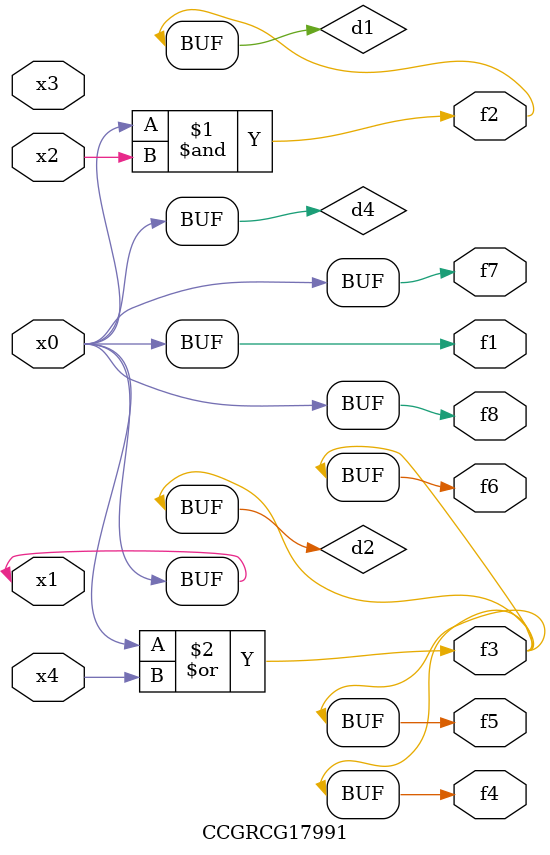
<source format=v>
module CCGRCG17991(
	input x0, x1, x2, x3, x4,
	output f1, f2, f3, f4, f5, f6, f7, f8
);

	wire d1, d2, d3, d4;

	and (d1, x0, x2);
	or (d2, x0, x4);
	nand (d3, x0, x2);
	buf (d4, x0, x1);
	assign f1 = d4;
	assign f2 = d1;
	assign f3 = d2;
	assign f4 = d2;
	assign f5 = d2;
	assign f6 = d2;
	assign f7 = d4;
	assign f8 = d4;
endmodule

</source>
